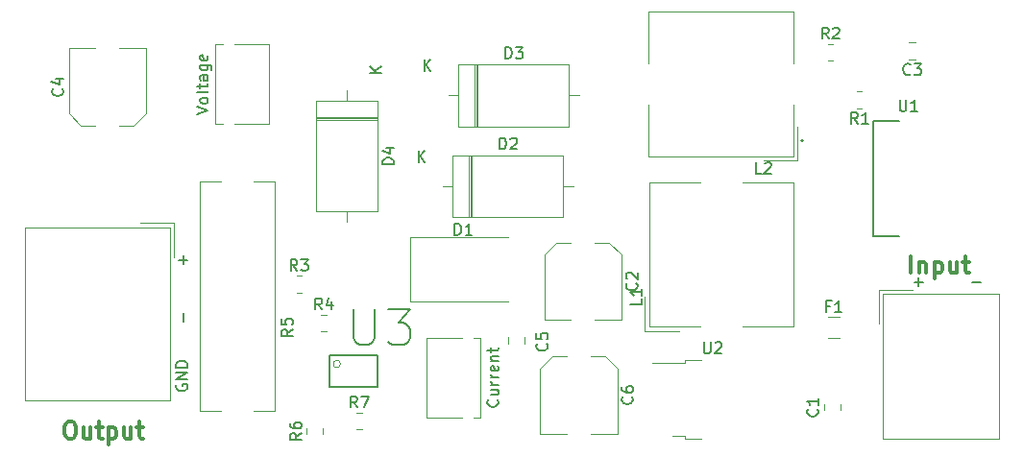
<source format=gbr>
%TF.GenerationSoftware,KiCad,Pcbnew,(5.1.10)-1*%
%TF.CreationDate,2021-08-31T13:48:21-07:00*%
%TF.ProjectId,Power Supply,506f7765-7220-4537-9570-706c792e6b69,rev?*%
%TF.SameCoordinates,Original*%
%TF.FileFunction,Legend,Top*%
%TF.FilePolarity,Positive*%
%FSLAX46Y46*%
G04 Gerber Fmt 4.6, Leading zero omitted, Abs format (unit mm)*
G04 Created by KiCad (PCBNEW (5.1.10)-1) date 2021-08-31 13:48:21*
%MOMM*%
%LPD*%
G01*
G04 APERTURE LIST*
%ADD10C,0.300000*%
%ADD11C,0.100000*%
%ADD12C,0.203200*%
%ADD13C,0.120000*%
%ADD14C,0.127000*%
%ADD15C,0.200000*%
%ADD16C,0.150000*%
G04 APERTURE END LIST*
D10*
X178193285Y-69790571D02*
X178479000Y-69790571D01*
X178621857Y-69862000D01*
X178764714Y-70004857D01*
X178836142Y-70290571D01*
X178836142Y-70790571D01*
X178764714Y-71076285D01*
X178621857Y-71219142D01*
X178479000Y-71290571D01*
X178193285Y-71290571D01*
X178050428Y-71219142D01*
X177907571Y-71076285D01*
X177836142Y-70790571D01*
X177836142Y-70290571D01*
X177907571Y-70004857D01*
X178050428Y-69862000D01*
X178193285Y-69790571D01*
X180121857Y-70290571D02*
X180121857Y-71290571D01*
X179479000Y-70290571D02*
X179479000Y-71076285D01*
X179550428Y-71219142D01*
X179693285Y-71290571D01*
X179907571Y-71290571D01*
X180050428Y-71219142D01*
X180121857Y-71147714D01*
X180621857Y-70290571D02*
X181193285Y-70290571D01*
X180836142Y-69790571D02*
X180836142Y-71076285D01*
X180907571Y-71219142D01*
X181050428Y-71290571D01*
X181193285Y-71290571D01*
X181693285Y-70290571D02*
X181693285Y-71790571D01*
X181693285Y-70362000D02*
X181836142Y-70290571D01*
X182121857Y-70290571D01*
X182264714Y-70362000D01*
X182336142Y-70433428D01*
X182407571Y-70576285D01*
X182407571Y-71004857D01*
X182336142Y-71147714D01*
X182264714Y-71219142D01*
X182121857Y-71290571D01*
X181836142Y-71290571D01*
X181693285Y-71219142D01*
X183693285Y-70290571D02*
X183693285Y-71290571D01*
X183050428Y-70290571D02*
X183050428Y-71076285D01*
X183121857Y-71219142D01*
X183264714Y-71290571D01*
X183479000Y-71290571D01*
X183621857Y-71219142D01*
X183693285Y-71147714D01*
X184193285Y-70290571D02*
X184764714Y-70290571D01*
X184407571Y-69790571D02*
X184407571Y-71076285D01*
X184479000Y-71219142D01*
X184621857Y-71290571D01*
X184764714Y-71290571D01*
X252424714Y-56685571D02*
X252424714Y-55185571D01*
X253139000Y-55685571D02*
X253139000Y-56685571D01*
X253139000Y-55828428D02*
X253210428Y-55757000D01*
X253353285Y-55685571D01*
X253567571Y-55685571D01*
X253710428Y-55757000D01*
X253781857Y-55899857D01*
X253781857Y-56685571D01*
X254496142Y-55685571D02*
X254496142Y-57185571D01*
X254496142Y-55757000D02*
X254639000Y-55685571D01*
X254924714Y-55685571D01*
X255067571Y-55757000D01*
X255139000Y-55828428D01*
X255210428Y-55971285D01*
X255210428Y-56399857D01*
X255139000Y-56542714D01*
X255067571Y-56614142D01*
X254924714Y-56685571D01*
X254639000Y-56685571D01*
X254496142Y-56614142D01*
X256496142Y-55685571D02*
X256496142Y-56685571D01*
X255853285Y-55685571D02*
X255853285Y-56471285D01*
X255924714Y-56614142D01*
X256067571Y-56685571D01*
X256281857Y-56685571D01*
X256424714Y-56614142D01*
X256496142Y-56542714D01*
X256996142Y-55685571D02*
X257567571Y-55685571D01*
X257210428Y-55185571D02*
X257210428Y-56471285D01*
X257281857Y-56614142D01*
X257424714Y-56685571D01*
X257567571Y-56685571D01*
D11*
%TO.C,U3*%
X202166100Y-64693800D02*
G75*
G03*
X202166100Y-64693800I-325000J0D01*
G01*
D12*
X201156680Y-63946580D02*
X201156680Y-66746580D01*
X205456680Y-63946580D02*
X201156680Y-63946580D01*
X205456680Y-66746580D02*
X205456680Y-63946580D01*
X201156680Y-66746580D02*
X205456680Y-66746580D01*
D13*
%TO.C,U2*%
X232480000Y-70998000D02*
X231380000Y-70998000D01*
X232480000Y-71268000D02*
X232480000Y-70998000D01*
X233980000Y-71268000D02*
X232480000Y-71268000D01*
X232480000Y-64638000D02*
X229650000Y-64638000D01*
X232480000Y-64368000D02*
X232480000Y-64638000D01*
X233980000Y-64368000D02*
X232480000Y-64368000D01*
D14*
%TO.C,U1*%
X249127000Y-53467000D02*
X251412000Y-53467000D01*
X249127000Y-43307000D02*
X249127000Y-53467000D01*
X251412000Y-43307000D02*
X249127000Y-43307000D01*
D15*
X242932000Y-44987000D02*
G75*
G03*
X242932000Y-44987000I-100000J0D01*
G01*
D13*
%TO.C,Current*%
X212865000Y-69388000D02*
X209760000Y-69388000D01*
X214500000Y-69388000D02*
X213855000Y-69388000D01*
X212865000Y-62438000D02*
X209760000Y-62438000D01*
X214500000Y-62438000D02*
X213855000Y-62438000D01*
X209760000Y-62438000D02*
X209760000Y-69388000D01*
X214500000Y-62438000D02*
X214500000Y-69388000D01*
%TO.C,Voltage*%
X192773000Y-36530000D02*
X195878000Y-36530000D01*
X191138000Y-36530000D02*
X191783000Y-36530000D01*
X192773000Y-43480000D02*
X195878000Y-43480000D01*
X191138000Y-43480000D02*
X191783000Y-43480000D01*
X195878000Y-43480000D02*
X195878000Y-36530000D01*
X191138000Y-43480000D02*
X191138000Y-36530000D01*
%TO.C,R7*%
X203584436Y-70458000D02*
X204038564Y-70458000D01*
X203584436Y-68988000D02*
X204038564Y-68988000D01*
%TO.C,R6*%
X200633000Y-70839064D02*
X200633000Y-70384936D01*
X199163000Y-70839064D02*
X199163000Y-70384936D01*
%TO.C,R5*%
X196360000Y-48578000D02*
X194480000Y-48578000D01*
X196360000Y-68818000D02*
X196360000Y-48578000D01*
X194480000Y-68818000D02*
X196360000Y-68818000D01*
X189720000Y-48578000D02*
X191600000Y-48578000D01*
X189720000Y-68818000D02*
X189720000Y-48578000D01*
X191600000Y-68818000D02*
X189720000Y-68818000D01*
%TO.C,R4*%
X200456436Y-61822000D02*
X200910564Y-61822000D01*
X200456436Y-60352000D02*
X200910564Y-60352000D01*
%TO.C,R3*%
X198273936Y-58393000D02*
X198728064Y-58393000D01*
X198273936Y-56923000D02*
X198728064Y-56923000D01*
%TO.C,R2*%
X245113436Y-37946000D02*
X245567564Y-37946000D01*
X245113436Y-36476000D02*
X245567564Y-36476000D01*
%TO.C,R1*%
X248131064Y-40667000D02*
X247676936Y-40667000D01*
X248131064Y-42137000D02*
X247676936Y-42137000D01*
%TO.C,L2*%
X242044000Y-38155000D02*
X242044000Y-33635000D01*
X242044000Y-46375000D02*
X242044000Y-41855000D01*
X242044000Y-33635000D02*
X229304000Y-33635000D01*
X229304000Y-38155000D02*
X229304000Y-33635000D01*
X229304000Y-46375000D02*
X229304000Y-41855000D01*
X242044000Y-46375000D02*
X229304000Y-46375000D01*
X242424000Y-46755000D02*
X239424000Y-46755000D01*
X242424000Y-43755000D02*
X242424000Y-46755000D01*
%TO.C,L1*%
X237562000Y-61399000D02*
X242082000Y-61399000D01*
X229342000Y-61399000D02*
X233862000Y-61399000D01*
X242082000Y-61399000D02*
X242082000Y-48659000D01*
X237562000Y-48659000D02*
X242082000Y-48659000D01*
X229342000Y-48659000D02*
X233862000Y-48659000D01*
X229342000Y-61399000D02*
X229342000Y-48659000D01*
X228962000Y-61779000D02*
X228962000Y-58779000D01*
X231962000Y-61779000D02*
X228962000Y-61779000D01*
%TO.C,GND    -     +*%
X187095000Y-52658000D02*
X174355000Y-52658000D01*
X174355000Y-52658000D02*
X174355000Y-67898000D01*
X187095000Y-67898000D02*
X174355000Y-67898000D01*
X187095000Y-52658000D02*
X187095000Y-67898000D01*
X187095000Y-52658000D02*
X174355000Y-52658000D01*
X174355000Y-52658000D02*
X174355000Y-67898000D01*
X187095000Y-67898000D02*
X174355000Y-67898000D01*
X187095000Y-52658000D02*
X187095000Y-67898000D01*
X187475000Y-52278000D02*
X187475000Y-55278000D01*
X184475000Y-52278000D02*
X187475000Y-52278000D01*
%TO.C,+     -*%
X249983000Y-58523000D02*
X249983000Y-71263000D01*
X249983000Y-71263000D02*
X260223000Y-71263000D01*
X260223000Y-58523000D02*
X260223000Y-71263000D01*
X249983000Y-58523000D02*
X260223000Y-58523000D01*
X249983000Y-58523000D02*
X249983000Y-71263000D01*
X249983000Y-71263000D02*
X260223000Y-71263000D01*
X260223000Y-58523000D02*
X260223000Y-71263000D01*
X249983000Y-58523000D02*
X260223000Y-58523000D01*
X249603000Y-58143000D02*
X252603000Y-58143000D01*
X249603000Y-61143000D02*
X249603000Y-58143000D01*
%TO.C,F1*%
X245127545Y-62378000D02*
X246108455Y-62378000D01*
X245127545Y-60558000D02*
X246108455Y-60558000D01*
%TO.C,D4*%
X205412000Y-42910000D02*
X199972000Y-42910000D01*
X205412000Y-43150000D02*
X199972000Y-43150000D01*
X205412000Y-43030000D02*
X199972000Y-43030000D01*
X202692000Y-52135000D02*
X202692000Y-51225000D01*
X202692000Y-40575000D02*
X202692000Y-41485000D01*
X205412000Y-51225000D02*
X205412000Y-41485000D01*
X199972000Y-51225000D02*
X205412000Y-51225000D01*
X199972000Y-41485000D02*
X199972000Y-51225000D01*
X205412000Y-41485000D02*
X199972000Y-41485000D01*
%TO.C,D3*%
X213979000Y-38301000D02*
X213979000Y-43741000D01*
X214219000Y-38301000D02*
X214219000Y-43741000D01*
X214099000Y-38301000D02*
X214099000Y-43741000D01*
X223204000Y-41021000D02*
X222294000Y-41021000D01*
X211644000Y-41021000D02*
X212554000Y-41021000D01*
X222294000Y-38301000D02*
X212554000Y-38301000D01*
X222294000Y-43741000D02*
X222294000Y-38301000D01*
X212554000Y-43741000D02*
X222294000Y-43741000D01*
X212554000Y-38301000D02*
X212554000Y-43741000D01*
%TO.C,D2*%
X213471000Y-46302000D02*
X213471000Y-51742000D01*
X213711000Y-46302000D02*
X213711000Y-51742000D01*
X213591000Y-46302000D02*
X213591000Y-51742000D01*
X222696000Y-49022000D02*
X221786000Y-49022000D01*
X211136000Y-49022000D02*
X212046000Y-49022000D01*
X221786000Y-46302000D02*
X212046000Y-46302000D01*
X221786000Y-51742000D02*
X221786000Y-46302000D01*
X212046000Y-51742000D02*
X221786000Y-51742000D01*
X212046000Y-46302000D02*
X212046000Y-51742000D01*
%TO.C,D1*%
X208281500Y-59223000D02*
X216966500Y-59223000D01*
X208281500Y-53553000D02*
X208281500Y-59223000D01*
X216966500Y-53553000D02*
X208281500Y-53553000D01*
%TO.C,C6*%
X220793437Y-64024500D02*
X219729000Y-65088937D01*
X225484563Y-64024500D02*
X226549000Y-65088937D01*
X225484563Y-64024500D02*
X224199000Y-64024500D01*
X220793437Y-64024500D02*
X222079000Y-64024500D01*
X219729000Y-65088937D02*
X219729000Y-70844500D01*
X226549000Y-65088937D02*
X226549000Y-70844500D01*
X226549000Y-70844500D02*
X224199000Y-70844500D01*
X219729000Y-70844500D02*
X222079000Y-70844500D01*
%TO.C,C5*%
X218413000Y-62872252D02*
X218413000Y-62349748D01*
X216943000Y-62872252D02*
X216943000Y-62349748D01*
%TO.C,C4*%
X183955563Y-43671500D02*
X185020000Y-42607063D01*
X179264437Y-43671500D02*
X178200000Y-42607063D01*
X179264437Y-43671500D02*
X180550000Y-43671500D01*
X183955563Y-43671500D02*
X182670000Y-43671500D01*
X185020000Y-42607063D02*
X185020000Y-36851500D01*
X178200000Y-42607063D02*
X178200000Y-36851500D01*
X178200000Y-36851500D02*
X180550000Y-36851500D01*
X185020000Y-36851500D02*
X182670000Y-36851500D01*
%TO.C,C3*%
X252803252Y-36349000D02*
X252280748Y-36349000D01*
X252803252Y-37819000D02*
X252280748Y-37819000D01*
%TO.C,C2*%
X221174437Y-53994000D02*
X220110000Y-55058437D01*
X225865563Y-53994000D02*
X226930000Y-55058437D01*
X225865563Y-53994000D02*
X224580000Y-53994000D01*
X221174437Y-53994000D02*
X222460000Y-53994000D01*
X220110000Y-55058437D02*
X220110000Y-60814000D01*
X226930000Y-55058437D02*
X226930000Y-60814000D01*
X226930000Y-60814000D02*
X224580000Y-60814000D01*
X220110000Y-60814000D02*
X222460000Y-60814000D01*
%TO.C,C1*%
X246226000Y-68780252D02*
X246226000Y-68257748D01*
X244756000Y-68780252D02*
X244756000Y-68257748D01*
%TO.C,U3*%
D16*
X203335674Y-59866891D02*
X203335674Y-62421486D01*
X203485945Y-62722027D01*
X203636215Y-62872297D01*
X203936756Y-63022568D01*
X204537837Y-63022568D01*
X204838378Y-62872297D01*
X204988648Y-62722027D01*
X205138918Y-62421486D01*
X205138918Y-59866891D01*
X206341081Y-59866891D02*
X208294595Y-59866891D01*
X207242703Y-61069053D01*
X207693514Y-61069053D01*
X207994055Y-61219324D01*
X208144325Y-61369594D01*
X208294595Y-61670135D01*
X208294595Y-62421486D01*
X208144325Y-62722027D01*
X207994055Y-62872297D01*
X207693514Y-63022568D01*
X206791892Y-63022568D01*
X206491351Y-62872297D01*
X206341081Y-62722027D01*
%TO.C,U2*%
X234188095Y-62770380D02*
X234188095Y-63579904D01*
X234235714Y-63675142D01*
X234283333Y-63722761D01*
X234378571Y-63770380D01*
X234569047Y-63770380D01*
X234664285Y-63722761D01*
X234711904Y-63675142D01*
X234759523Y-63579904D01*
X234759523Y-62770380D01*
X235188095Y-62865619D02*
X235235714Y-62818000D01*
X235330952Y-62770380D01*
X235569047Y-62770380D01*
X235664285Y-62818000D01*
X235711904Y-62865619D01*
X235759523Y-62960857D01*
X235759523Y-63056095D01*
X235711904Y-63198952D01*
X235140476Y-63770380D01*
X235759523Y-63770380D01*
%TO.C,U1*%
X251445095Y-41404380D02*
X251445095Y-42213904D01*
X251492714Y-42309142D01*
X251540333Y-42356761D01*
X251635571Y-42404380D01*
X251826047Y-42404380D01*
X251921285Y-42356761D01*
X251968904Y-42309142D01*
X252016523Y-42213904D01*
X252016523Y-41404380D01*
X253016523Y-42404380D02*
X252445095Y-42404380D01*
X252730809Y-42404380D02*
X252730809Y-41404380D01*
X252635571Y-41547238D01*
X252540333Y-41642476D01*
X252445095Y-41690095D01*
%TO.C,Current*%
X215987142Y-67841571D02*
X216034761Y-67889190D01*
X216082380Y-68032047D01*
X216082380Y-68127285D01*
X216034761Y-68270142D01*
X215939523Y-68365380D01*
X215844285Y-68413000D01*
X215653809Y-68460619D01*
X215510952Y-68460619D01*
X215320476Y-68413000D01*
X215225238Y-68365380D01*
X215130000Y-68270142D01*
X215082380Y-68127285D01*
X215082380Y-68032047D01*
X215130000Y-67889190D01*
X215177619Y-67841571D01*
X215415714Y-66984428D02*
X216082380Y-66984428D01*
X215415714Y-67413000D02*
X215939523Y-67413000D01*
X216034761Y-67365380D01*
X216082380Y-67270142D01*
X216082380Y-67127285D01*
X216034761Y-67032047D01*
X215987142Y-66984428D01*
X216082380Y-66508238D02*
X215415714Y-66508238D01*
X215606190Y-66508238D02*
X215510952Y-66460619D01*
X215463333Y-66413000D01*
X215415714Y-66317761D01*
X215415714Y-66222523D01*
X216082380Y-65889190D02*
X215415714Y-65889190D01*
X215606190Y-65889190D02*
X215510952Y-65841571D01*
X215463333Y-65793952D01*
X215415714Y-65698714D01*
X215415714Y-65603476D01*
X216034761Y-64889190D02*
X216082380Y-64984428D01*
X216082380Y-65174904D01*
X216034761Y-65270142D01*
X215939523Y-65317761D01*
X215558571Y-65317761D01*
X215463333Y-65270142D01*
X215415714Y-65174904D01*
X215415714Y-64984428D01*
X215463333Y-64889190D01*
X215558571Y-64841571D01*
X215653809Y-64841571D01*
X215749047Y-65317761D01*
X215415714Y-64413000D02*
X216082380Y-64413000D01*
X215510952Y-64413000D02*
X215463333Y-64365380D01*
X215415714Y-64270142D01*
X215415714Y-64127285D01*
X215463333Y-64032047D01*
X215558571Y-63984428D01*
X216082380Y-63984428D01*
X215415714Y-63651095D02*
X215415714Y-63270142D01*
X215082380Y-63508238D02*
X215939523Y-63508238D01*
X216034761Y-63460619D01*
X216082380Y-63365380D01*
X216082380Y-63270142D01*
%TO.C,Voltage*%
X189460380Y-42671666D02*
X190460380Y-42338333D01*
X189460380Y-42005000D01*
X190460380Y-41528809D02*
X190412761Y-41624047D01*
X190365142Y-41671666D01*
X190269904Y-41719285D01*
X189984190Y-41719285D01*
X189888952Y-41671666D01*
X189841333Y-41624047D01*
X189793714Y-41528809D01*
X189793714Y-41385952D01*
X189841333Y-41290714D01*
X189888952Y-41243095D01*
X189984190Y-41195476D01*
X190269904Y-41195476D01*
X190365142Y-41243095D01*
X190412761Y-41290714D01*
X190460380Y-41385952D01*
X190460380Y-41528809D01*
X190460380Y-40624047D02*
X190412761Y-40719285D01*
X190317523Y-40766904D01*
X189460380Y-40766904D01*
X189793714Y-40385952D02*
X189793714Y-40005000D01*
X189460380Y-40243095D02*
X190317523Y-40243095D01*
X190412761Y-40195476D01*
X190460380Y-40100238D01*
X190460380Y-40005000D01*
X190460380Y-39243095D02*
X189936571Y-39243095D01*
X189841333Y-39290714D01*
X189793714Y-39385952D01*
X189793714Y-39576428D01*
X189841333Y-39671666D01*
X190412761Y-39243095D02*
X190460380Y-39338333D01*
X190460380Y-39576428D01*
X190412761Y-39671666D01*
X190317523Y-39719285D01*
X190222285Y-39719285D01*
X190127047Y-39671666D01*
X190079428Y-39576428D01*
X190079428Y-39338333D01*
X190031809Y-39243095D01*
X189793714Y-38338333D02*
X190603238Y-38338333D01*
X190698476Y-38385952D01*
X190746095Y-38433571D01*
X190793714Y-38528809D01*
X190793714Y-38671666D01*
X190746095Y-38766904D01*
X190412761Y-38338333D02*
X190460380Y-38433571D01*
X190460380Y-38624047D01*
X190412761Y-38719285D01*
X190365142Y-38766904D01*
X190269904Y-38814523D01*
X189984190Y-38814523D01*
X189888952Y-38766904D01*
X189841333Y-38719285D01*
X189793714Y-38624047D01*
X189793714Y-38433571D01*
X189841333Y-38338333D01*
X190412761Y-37481190D02*
X190460380Y-37576428D01*
X190460380Y-37766904D01*
X190412761Y-37862142D01*
X190317523Y-37909761D01*
X189936571Y-37909761D01*
X189841333Y-37862142D01*
X189793714Y-37766904D01*
X189793714Y-37576428D01*
X189841333Y-37481190D01*
X189936571Y-37433571D01*
X190031809Y-37433571D01*
X190127047Y-37909761D01*
%TO.C,R7*%
X203644833Y-68525380D02*
X203311500Y-68049190D01*
X203073404Y-68525380D02*
X203073404Y-67525380D01*
X203454357Y-67525380D01*
X203549595Y-67573000D01*
X203597214Y-67620619D01*
X203644833Y-67715857D01*
X203644833Y-67858714D01*
X203597214Y-67953952D01*
X203549595Y-68001571D01*
X203454357Y-68049190D01*
X203073404Y-68049190D01*
X203978166Y-67525380D02*
X204644833Y-67525380D01*
X204216261Y-68525380D01*
%TO.C,R6*%
X198700380Y-70778666D02*
X198224190Y-71112000D01*
X198700380Y-71350095D02*
X197700380Y-71350095D01*
X197700380Y-70969142D01*
X197748000Y-70873904D01*
X197795619Y-70826285D01*
X197890857Y-70778666D01*
X198033714Y-70778666D01*
X198128952Y-70826285D01*
X198176571Y-70873904D01*
X198224190Y-70969142D01*
X198224190Y-71350095D01*
X197700380Y-69921523D02*
X197700380Y-70112000D01*
X197748000Y-70207238D01*
X197795619Y-70254857D01*
X197938476Y-70350095D01*
X198128952Y-70397714D01*
X198509904Y-70397714D01*
X198605142Y-70350095D01*
X198652761Y-70302476D01*
X198700380Y-70207238D01*
X198700380Y-70016761D01*
X198652761Y-69921523D01*
X198605142Y-69873904D01*
X198509904Y-69826285D01*
X198271809Y-69826285D01*
X198176571Y-69873904D01*
X198128952Y-69921523D01*
X198081333Y-70016761D01*
X198081333Y-70207238D01*
X198128952Y-70302476D01*
X198176571Y-70350095D01*
X198271809Y-70397714D01*
%TO.C,R5*%
X197937380Y-61634666D02*
X197461190Y-61968000D01*
X197937380Y-62206095D02*
X196937380Y-62206095D01*
X196937380Y-61825142D01*
X196985000Y-61729904D01*
X197032619Y-61682285D01*
X197127857Y-61634666D01*
X197270714Y-61634666D01*
X197365952Y-61682285D01*
X197413571Y-61729904D01*
X197461190Y-61825142D01*
X197461190Y-62206095D01*
X196937380Y-60729904D02*
X196937380Y-61206095D01*
X197413571Y-61253714D01*
X197365952Y-61206095D01*
X197318333Y-61110857D01*
X197318333Y-60872761D01*
X197365952Y-60777523D01*
X197413571Y-60729904D01*
X197508809Y-60682285D01*
X197746904Y-60682285D01*
X197842142Y-60729904D01*
X197889761Y-60777523D01*
X197937380Y-60872761D01*
X197937380Y-61110857D01*
X197889761Y-61206095D01*
X197842142Y-61253714D01*
%TO.C,R4*%
X200516833Y-59889380D02*
X200183500Y-59413190D01*
X199945404Y-59889380D02*
X199945404Y-58889380D01*
X200326357Y-58889380D01*
X200421595Y-58937000D01*
X200469214Y-58984619D01*
X200516833Y-59079857D01*
X200516833Y-59222714D01*
X200469214Y-59317952D01*
X200421595Y-59365571D01*
X200326357Y-59413190D01*
X199945404Y-59413190D01*
X201373976Y-59222714D02*
X201373976Y-59889380D01*
X201135880Y-58841761D02*
X200897785Y-59556047D01*
X201516833Y-59556047D01*
%TO.C,R3*%
X198334333Y-56460380D02*
X198001000Y-55984190D01*
X197762904Y-56460380D02*
X197762904Y-55460380D01*
X198143857Y-55460380D01*
X198239095Y-55508000D01*
X198286714Y-55555619D01*
X198334333Y-55650857D01*
X198334333Y-55793714D01*
X198286714Y-55888952D01*
X198239095Y-55936571D01*
X198143857Y-55984190D01*
X197762904Y-55984190D01*
X198667666Y-55460380D02*
X199286714Y-55460380D01*
X198953380Y-55841333D01*
X199096238Y-55841333D01*
X199191476Y-55888952D01*
X199239095Y-55936571D01*
X199286714Y-56031809D01*
X199286714Y-56269904D01*
X199239095Y-56365142D01*
X199191476Y-56412761D01*
X199096238Y-56460380D01*
X198810523Y-56460380D01*
X198715285Y-56412761D01*
X198667666Y-56365142D01*
%TO.C,R2*%
X245173833Y-36013380D02*
X244840500Y-35537190D01*
X244602404Y-36013380D02*
X244602404Y-35013380D01*
X244983357Y-35013380D01*
X245078595Y-35061000D01*
X245126214Y-35108619D01*
X245173833Y-35203857D01*
X245173833Y-35346714D01*
X245126214Y-35441952D01*
X245078595Y-35489571D01*
X244983357Y-35537190D01*
X244602404Y-35537190D01*
X245554785Y-35108619D02*
X245602404Y-35061000D01*
X245697642Y-35013380D01*
X245935738Y-35013380D01*
X246030976Y-35061000D01*
X246078595Y-35108619D01*
X246126214Y-35203857D01*
X246126214Y-35299095D01*
X246078595Y-35441952D01*
X245507166Y-36013380D01*
X246126214Y-36013380D01*
%TO.C,R1*%
X247737333Y-43504380D02*
X247404000Y-43028190D01*
X247165904Y-43504380D02*
X247165904Y-42504380D01*
X247546857Y-42504380D01*
X247642095Y-42552000D01*
X247689714Y-42599619D01*
X247737333Y-42694857D01*
X247737333Y-42837714D01*
X247689714Y-42932952D01*
X247642095Y-42980571D01*
X247546857Y-43028190D01*
X247165904Y-43028190D01*
X248689714Y-43504380D02*
X248118285Y-43504380D01*
X248404000Y-43504380D02*
X248404000Y-42504380D01*
X248308761Y-42647238D01*
X248213523Y-42742476D01*
X248118285Y-42790095D01*
%TO.C,L2*%
X239257333Y-47907380D02*
X238781142Y-47907380D01*
X238781142Y-46907380D01*
X239543047Y-47002619D02*
X239590666Y-46955000D01*
X239685904Y-46907380D01*
X239924000Y-46907380D01*
X240019238Y-46955000D01*
X240066857Y-47002619D01*
X240114476Y-47097857D01*
X240114476Y-47193095D01*
X240066857Y-47335952D01*
X239495428Y-47907380D01*
X240114476Y-47907380D01*
%TO.C,L1*%
X228714380Y-58945666D02*
X228714380Y-59421857D01*
X227714380Y-59421857D01*
X228714380Y-58088523D02*
X228714380Y-58659952D01*
X228714380Y-58374238D02*
X227714380Y-58374238D01*
X227857238Y-58469476D01*
X227952476Y-58564714D01*
X228000095Y-58659952D01*
%TO.C,GND    -     +*%
X187714000Y-66515571D02*
X187666380Y-66610809D01*
X187666380Y-66753666D01*
X187714000Y-66896523D01*
X187809238Y-66991761D01*
X187904476Y-67039380D01*
X188094952Y-67087000D01*
X188237809Y-67087000D01*
X188428285Y-67039380D01*
X188523523Y-66991761D01*
X188618761Y-66896523D01*
X188666380Y-66753666D01*
X188666380Y-66658428D01*
X188618761Y-66515571D01*
X188571142Y-66467952D01*
X188237809Y-66467952D01*
X188237809Y-66658428D01*
X188666380Y-66039380D02*
X187666380Y-66039380D01*
X188666380Y-65467952D01*
X187666380Y-65467952D01*
X188666380Y-64991761D02*
X187666380Y-64991761D01*
X187666380Y-64753666D01*
X187714000Y-64610809D01*
X187809238Y-64515571D01*
X187904476Y-64467952D01*
X188094952Y-64420333D01*
X188237809Y-64420333D01*
X188428285Y-64467952D01*
X188523523Y-64515571D01*
X188618761Y-64610809D01*
X188666380Y-64753666D01*
X188666380Y-64991761D01*
X188285428Y-60944142D02*
X188285428Y-60182238D01*
X188285428Y-55896523D02*
X188285428Y-55134619D01*
X188666380Y-55515571D02*
X187904476Y-55515571D01*
%TO.C,+     -*%
X252746238Y-57475428D02*
X253508142Y-57475428D01*
X253127190Y-57856380D02*
X253127190Y-57094476D01*
X257793857Y-57475428D02*
X258555761Y-57475428D01*
%TO.C,F1*%
X245284666Y-59616571D02*
X244951333Y-59616571D01*
X244951333Y-60140380D02*
X244951333Y-59140380D01*
X245427523Y-59140380D01*
X246332285Y-60140380D02*
X245760857Y-60140380D01*
X246046571Y-60140380D02*
X246046571Y-59140380D01*
X245951333Y-59283238D01*
X245856095Y-59378476D01*
X245760857Y-59426095D01*
%TO.C,D4*%
X206864380Y-47093095D02*
X205864380Y-47093095D01*
X205864380Y-46855000D01*
X205912000Y-46712142D01*
X206007238Y-46616904D01*
X206102476Y-46569285D01*
X206292952Y-46521666D01*
X206435809Y-46521666D01*
X206626285Y-46569285D01*
X206721523Y-46616904D01*
X206816761Y-46712142D01*
X206864380Y-46855000D01*
X206864380Y-47093095D01*
X206197714Y-45664523D02*
X206864380Y-45664523D01*
X205816761Y-45902619D02*
X206531047Y-46140714D01*
X206531047Y-45521666D01*
X205744380Y-38996904D02*
X204744380Y-38996904D01*
X205744380Y-38425476D02*
X205172952Y-38854047D01*
X204744380Y-38425476D02*
X205315809Y-38996904D01*
%TO.C,D3*%
X216685904Y-37753380D02*
X216685904Y-36753380D01*
X216924000Y-36753380D01*
X217066857Y-36801000D01*
X217162095Y-36896238D01*
X217209714Y-36991476D01*
X217257333Y-37181952D01*
X217257333Y-37324809D01*
X217209714Y-37515285D01*
X217162095Y-37610523D01*
X217066857Y-37705761D01*
X216924000Y-37753380D01*
X216685904Y-37753380D01*
X217590666Y-36753380D02*
X218209714Y-36753380D01*
X217876380Y-37134333D01*
X218019238Y-37134333D01*
X218114476Y-37181952D01*
X218162095Y-37229571D01*
X218209714Y-37324809D01*
X218209714Y-37562904D01*
X218162095Y-37658142D01*
X218114476Y-37705761D01*
X218019238Y-37753380D01*
X217733523Y-37753380D01*
X217638285Y-37705761D01*
X217590666Y-37658142D01*
X209542095Y-38873380D02*
X209542095Y-37873380D01*
X210113523Y-38873380D02*
X209684952Y-38301952D01*
X210113523Y-37873380D02*
X209542095Y-38444809D01*
%TO.C,D2*%
X216177904Y-45754380D02*
X216177904Y-44754380D01*
X216416000Y-44754380D01*
X216558857Y-44802000D01*
X216654095Y-44897238D01*
X216701714Y-44992476D01*
X216749333Y-45182952D01*
X216749333Y-45325809D01*
X216701714Y-45516285D01*
X216654095Y-45611523D01*
X216558857Y-45706761D01*
X216416000Y-45754380D01*
X216177904Y-45754380D01*
X217130285Y-44849619D02*
X217177904Y-44802000D01*
X217273142Y-44754380D01*
X217511238Y-44754380D01*
X217606476Y-44802000D01*
X217654095Y-44849619D01*
X217701714Y-44944857D01*
X217701714Y-45040095D01*
X217654095Y-45182952D01*
X217082666Y-45754380D01*
X217701714Y-45754380D01*
X209034095Y-46874380D02*
X209034095Y-45874380D01*
X209605523Y-46874380D02*
X209176952Y-46302952D01*
X209605523Y-45874380D02*
X209034095Y-46445809D01*
%TO.C,D1*%
X212228404Y-53320380D02*
X212228404Y-52320380D01*
X212466500Y-52320380D01*
X212609357Y-52368000D01*
X212704595Y-52463238D01*
X212752214Y-52558476D01*
X212799833Y-52748952D01*
X212799833Y-52891809D01*
X212752214Y-53082285D01*
X212704595Y-53177523D01*
X212609357Y-53272761D01*
X212466500Y-53320380D01*
X212228404Y-53320380D01*
X213752214Y-53320380D02*
X213180785Y-53320380D01*
X213466500Y-53320380D02*
X213466500Y-52320380D01*
X213371261Y-52463238D01*
X213276023Y-52558476D01*
X213180785Y-52606095D01*
%TO.C,C6*%
X227846142Y-67601166D02*
X227893761Y-67648785D01*
X227941380Y-67791642D01*
X227941380Y-67886880D01*
X227893761Y-68029738D01*
X227798523Y-68124976D01*
X227703285Y-68172595D01*
X227512809Y-68220214D01*
X227369952Y-68220214D01*
X227179476Y-68172595D01*
X227084238Y-68124976D01*
X226989000Y-68029738D01*
X226941380Y-67886880D01*
X226941380Y-67791642D01*
X226989000Y-67648785D01*
X227036619Y-67601166D01*
X226941380Y-66744023D02*
X226941380Y-66934500D01*
X226989000Y-67029738D01*
X227036619Y-67077357D01*
X227179476Y-67172595D01*
X227369952Y-67220214D01*
X227750904Y-67220214D01*
X227846142Y-67172595D01*
X227893761Y-67124976D01*
X227941380Y-67029738D01*
X227941380Y-66839261D01*
X227893761Y-66744023D01*
X227846142Y-66696404D01*
X227750904Y-66648785D01*
X227512809Y-66648785D01*
X227417571Y-66696404D01*
X227369952Y-66744023D01*
X227322333Y-66839261D01*
X227322333Y-67029738D01*
X227369952Y-67124976D01*
X227417571Y-67172595D01*
X227512809Y-67220214D01*
%TO.C,C5*%
X220321142Y-62904666D02*
X220368761Y-62952285D01*
X220416380Y-63095142D01*
X220416380Y-63190380D01*
X220368761Y-63333238D01*
X220273523Y-63428476D01*
X220178285Y-63476095D01*
X219987809Y-63523714D01*
X219844952Y-63523714D01*
X219654476Y-63476095D01*
X219559238Y-63428476D01*
X219464000Y-63333238D01*
X219416380Y-63190380D01*
X219416380Y-63095142D01*
X219464000Y-62952285D01*
X219511619Y-62904666D01*
X219416380Y-61999904D02*
X219416380Y-62476095D01*
X219892571Y-62523714D01*
X219844952Y-62476095D01*
X219797333Y-62380857D01*
X219797333Y-62142761D01*
X219844952Y-62047523D01*
X219892571Y-61999904D01*
X219987809Y-61952285D01*
X220225904Y-61952285D01*
X220321142Y-61999904D01*
X220368761Y-62047523D01*
X220416380Y-62142761D01*
X220416380Y-62380857D01*
X220368761Y-62476095D01*
X220321142Y-62523714D01*
%TO.C,C4*%
X177617142Y-40428166D02*
X177664761Y-40475785D01*
X177712380Y-40618642D01*
X177712380Y-40713880D01*
X177664761Y-40856738D01*
X177569523Y-40951976D01*
X177474285Y-40999595D01*
X177283809Y-41047214D01*
X177140952Y-41047214D01*
X176950476Y-40999595D01*
X176855238Y-40951976D01*
X176760000Y-40856738D01*
X176712380Y-40713880D01*
X176712380Y-40618642D01*
X176760000Y-40475785D01*
X176807619Y-40428166D01*
X177045714Y-39571023D02*
X177712380Y-39571023D01*
X176664761Y-39809119D02*
X177379047Y-40047214D01*
X177379047Y-39428166D01*
%TO.C,C3*%
X252375333Y-39121142D02*
X252327714Y-39168761D01*
X252184857Y-39216380D01*
X252089619Y-39216380D01*
X251946761Y-39168761D01*
X251851523Y-39073523D01*
X251803904Y-38978285D01*
X251756285Y-38787809D01*
X251756285Y-38644952D01*
X251803904Y-38454476D01*
X251851523Y-38359238D01*
X251946761Y-38264000D01*
X252089619Y-38216380D01*
X252184857Y-38216380D01*
X252327714Y-38264000D01*
X252375333Y-38311619D01*
X252708666Y-38216380D02*
X253327714Y-38216380D01*
X252994380Y-38597333D01*
X253137238Y-38597333D01*
X253232476Y-38644952D01*
X253280095Y-38692571D01*
X253327714Y-38787809D01*
X253327714Y-39025904D01*
X253280095Y-39121142D01*
X253232476Y-39168761D01*
X253137238Y-39216380D01*
X252851523Y-39216380D01*
X252756285Y-39168761D01*
X252708666Y-39121142D01*
%TO.C,C2*%
X228227142Y-57570666D02*
X228274761Y-57618285D01*
X228322380Y-57761142D01*
X228322380Y-57856380D01*
X228274761Y-57999238D01*
X228179523Y-58094476D01*
X228084285Y-58142095D01*
X227893809Y-58189714D01*
X227750952Y-58189714D01*
X227560476Y-58142095D01*
X227465238Y-58094476D01*
X227370000Y-57999238D01*
X227322380Y-57856380D01*
X227322380Y-57761142D01*
X227370000Y-57618285D01*
X227417619Y-57570666D01*
X227417619Y-57189714D02*
X227370000Y-57142095D01*
X227322380Y-57046857D01*
X227322380Y-56808761D01*
X227370000Y-56713523D01*
X227417619Y-56665904D01*
X227512857Y-56618285D01*
X227608095Y-56618285D01*
X227750952Y-56665904D01*
X228322380Y-57237333D01*
X228322380Y-56618285D01*
%TO.C,C1*%
X244168142Y-68685666D02*
X244215761Y-68733285D01*
X244263380Y-68876142D01*
X244263380Y-68971380D01*
X244215761Y-69114238D01*
X244120523Y-69209476D01*
X244025285Y-69257095D01*
X243834809Y-69304714D01*
X243691952Y-69304714D01*
X243501476Y-69257095D01*
X243406238Y-69209476D01*
X243311000Y-69114238D01*
X243263380Y-68971380D01*
X243263380Y-68876142D01*
X243311000Y-68733285D01*
X243358619Y-68685666D01*
X244263380Y-67733285D02*
X244263380Y-68304714D01*
X244263380Y-68019000D02*
X243263380Y-68019000D01*
X243406238Y-68114238D01*
X243501476Y-68209476D01*
X243549095Y-68304714D01*
%TD*%
M02*

</source>
